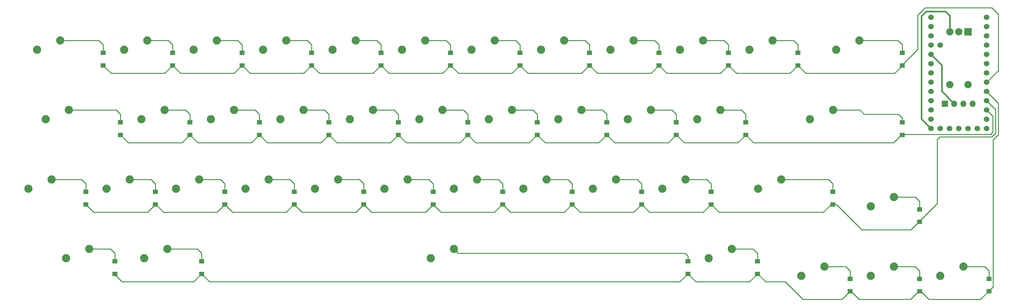
<source format=gbl>
%TF.GenerationSoftware,KiCad,Pcbnew,(6.0.10)*%
%TF.CreationDate,2023-02-19T18:35:27+11:00*%
%TF.ProjectId,whykb,7768796b-622e-46b6-9963-61645f706362,REV1*%
%TF.SameCoordinates,Original*%
%TF.FileFunction,Copper,L2,Bot*%
%TF.FilePolarity,Positive*%
%FSLAX46Y46*%
G04 Gerber Fmt 4.6, Leading zero omitted, Abs format (unit mm)*
G04 Created by KiCad (PCBNEW (6.0.10)) date 2023-02-19 18:35:27*
%MOMM*%
%LPD*%
G01*
G04 APERTURE LIST*
%TA.AperFunction,ComponentPad*%
%ADD10C,2.250000*%
%TD*%
%TA.AperFunction,ComponentPad*%
%ADD11C,2.000000*%
%TD*%
%TA.AperFunction,ComponentPad*%
%ADD12R,2.000000X2.000000*%
%TD*%
%TA.AperFunction,ComponentPad*%
%ADD13O,1.700000X1.700000*%
%TD*%
%TA.AperFunction,ComponentPad*%
%ADD14R,1.700000X1.700000*%
%TD*%
%TA.AperFunction,SMDPad,CuDef*%
%ADD15R,1.400000X1.200000*%
%TD*%
%TA.AperFunction,ComponentPad*%
%ADD16C,1.524000*%
%TD*%
%TA.AperFunction,Conductor*%
%ADD17C,0.254000*%
%TD*%
%TA.AperFunction,Conductor*%
%ADD18C,0.381000*%
%TD*%
G04 APERTURE END LIST*
D10*
%TO.P,K40,2*%
%TO.N,Net-(D40-Pad2)*%
X202565000Y-171595000D03*
%TO.P,K40,1*%
%TO.N,col6*%
X196215000Y-174135000D03*
%TD*%
%TO.P,K30,2*%
%TO.N,Net-(D30-Pad2)*%
X189865000Y-152545000D03*
%TO.P,K30,1*%
%TO.N,col6*%
X183515000Y-155085000D03*
%TD*%
%TO.P,K22,2*%
%TO.N,Net-(D22-Pad2)*%
X123190000Y-133495000D03*
%TO.P,K22,1*%
%TO.N,col9*%
X116840000Y-136035000D03*
%TD*%
%TO.P,K37,2*%
%TO.N,Net-(D37-Pad2)*%
X323215000Y-176357500D03*
%TO.P,K37,1*%
%TO.N,col1*%
X316865000Y-178897500D03*
%TD*%
%TO.P,K17,2*%
%TO.N,Net-(D17-Pad2)*%
X218440000Y-133495000D03*
%TO.P,K17,1*%
%TO.N,col4*%
X212090000Y-136035000D03*
%TD*%
%TO.P,K1,2*%
%TO.N,Net-(D1-Pad2)*%
X313690000Y-114445000D03*
%TO.P,K1,1*%
%TO.N,col0*%
X307340000Y-116985000D03*
%TD*%
%TO.P,K8,2*%
%TO.N,Net-(D8-Pad2)*%
X175577500Y-114445000D03*
%TO.P,K8,1*%
%TO.N,col7*%
X169227500Y-116985000D03*
%TD*%
%TO.P,K41,2*%
%TO.N,Net-(D41-Pad2)*%
X123983750Y-171595000D03*
%TO.P,K41,1*%
%TO.N,col9*%
X117633750Y-174135000D03*
%TD*%
%TO.P,K13,2*%
%TO.N,Net-(D13-Pad2)*%
X306546250Y-133495000D03*
%TO.P,K13,1*%
%TO.N,col0*%
X300196250Y-136035000D03*
%TD*%
%TO.P,K16,2*%
%TO.N,Net-(D16-Pad2)*%
X237490000Y-133495000D03*
%TO.P,K16,1*%
%TO.N,col3*%
X231140000Y-136035000D03*
%TD*%
%TO.P,K19,2*%
%TO.N,Net-(D19-Pad2)*%
X180340000Y-133495000D03*
%TO.P,K19,1*%
%TO.N,col6*%
X173990000Y-136035000D03*
%TD*%
%TO.P,K9,2*%
%TO.N,Net-(D9-Pad2)*%
X156527500Y-114445000D03*
%TO.P,K9,1*%
%TO.N,col8*%
X150177500Y-116985000D03*
%TD*%
%TO.P,K4,2*%
%TO.N,Net-(D4-Pad2)*%
X251777500Y-114445000D03*
%TO.P,K4,1*%
%TO.N,col3*%
X245427500Y-116985000D03*
%TD*%
%TO.P,K5,2*%
%TO.N,Net-(D5-Pad2)*%
X232727500Y-114445000D03*
%TO.P,K5,1*%
%TO.N,col4*%
X226377500Y-116985000D03*
%TD*%
%TO.P,K26,2*%
%TO.N,Net-(D26-Pad2)*%
X266065000Y-152545000D03*
%TO.P,K26,1*%
%TO.N,col2*%
X259715000Y-155085000D03*
%TD*%
%TO.P,K23,2*%
%TO.N,Net-(D23-Pad2)*%
X96996250Y-133495000D03*
%TO.P,K23,1*%
%TO.N,col11*%
X90646250Y-136035000D03*
%TD*%
%TO.P,K36,2*%
%TO.N,Net-(D36-Pad2)*%
X342265000Y-176357500D03*
%TO.P,K36,1*%
%TO.N,col0*%
X335915000Y-178897500D03*
%TD*%
%TO.P,K35,2*%
%TO.N,Net-(D35-Pad2)*%
X92233750Y-152545000D03*
%TO.P,K35,1*%
%TO.N,col11*%
X85883750Y-155085000D03*
%TD*%
%TO.P,K31,2*%
%TO.N,Net-(D31-Pad2)*%
X170815000Y-152545000D03*
%TO.P,K31,1*%
%TO.N,col7*%
X164465000Y-155085000D03*
%TD*%
%TO.P,K25,2*%
%TO.N,Net-(D25-Pad2)*%
X292258750Y-152545000D03*
%TO.P,K25,1*%
%TO.N,col1*%
X285908750Y-155085000D03*
%TD*%
%TO.P,K7,2*%
%TO.N,Net-(D7-Pad2)*%
X194627500Y-114445000D03*
%TO.P,K7,1*%
%TO.N,col6*%
X188277500Y-116985000D03*
%TD*%
%TO.P,K2,2*%
%TO.N,Net-(D2-Pad2)*%
X289877500Y-114445000D03*
%TO.P,K2,1*%
%TO.N,col1*%
X283527500Y-116985000D03*
%TD*%
%TO.P,K38,2*%
%TO.N,Net-(D38-Pad2)*%
X304165000Y-176357500D03*
%TO.P,K38,1*%
%TO.N,col2*%
X297815000Y-178897500D03*
%TD*%
%TO.P,K14,2*%
%TO.N,Net-(D14-Pad2)*%
X275590000Y-133495000D03*
%TO.P,K14,1*%
%TO.N,col1*%
X269240000Y-136035000D03*
%TD*%
%TO.P,K28,2*%
%TO.N,Net-(D28-Pad2)*%
X227965000Y-152545000D03*
%TO.P,K28,1*%
%TO.N,col4*%
X221615000Y-155085000D03*
%TD*%
%TO.P,K3,2*%
%TO.N,Net-(D3-Pad2)*%
X270827500Y-114445000D03*
%TO.P,K3,1*%
%TO.N,col2*%
X264477500Y-116985000D03*
%TD*%
%TO.P,K33,2*%
%TO.N,Net-(D33-Pad2)*%
X132715000Y-152545000D03*
%TO.P,K33,1*%
%TO.N,col9*%
X126365000Y-155085000D03*
%TD*%
%TO.P,K42,2*%
%TO.N,Net-(D42-Pad2)*%
X102552500Y-171595000D03*
%TO.P,K42,1*%
%TO.N,col10*%
X96202500Y-174135000D03*
%TD*%
%TO.P,K32,2*%
%TO.N,Net-(D32-Pad2)*%
X151765000Y-152545000D03*
%TO.P,K32,1*%
%TO.N,col8*%
X145415000Y-155085000D03*
%TD*%
%TO.P,K20,2*%
%TO.N,Net-(D20-Pad2)*%
X161290000Y-133495000D03*
%TO.P,K20,1*%
%TO.N,col7*%
X154940000Y-136035000D03*
%TD*%
%TO.P,K21,2*%
%TO.N,Net-(D21-Pad2)*%
X142240000Y-133495000D03*
%TO.P,K21,1*%
%TO.N,col8*%
X135890000Y-136035000D03*
%TD*%
%TO.P,K24,2*%
%TO.N,Net-(D24-Pad2)*%
X323215000Y-157307500D03*
%TO.P,K24,1*%
%TO.N,col0*%
X316865000Y-159847500D03*
%TD*%
%TO.P,K11,2*%
%TO.N,Net-(D11-Pad2)*%
X118427500Y-114445000D03*
%TO.P,K11,1*%
%TO.N,col10*%
X112077500Y-116985000D03*
%TD*%
%TO.P,K18,2*%
%TO.N,Net-(D18-Pad2)*%
X199390000Y-133495000D03*
%TO.P,K18,1*%
%TO.N,col5*%
X193040000Y-136035000D03*
%TD*%
%TO.P,K34,2*%
%TO.N,Net-(D34-Pad2)*%
X113665000Y-152545000D03*
%TO.P,K34,1*%
%TO.N,col10*%
X107315000Y-155085000D03*
%TD*%
%TO.P,K29,2*%
%TO.N,Net-(D29-Pad2)*%
X208915000Y-152545000D03*
%TO.P,K29,1*%
%TO.N,col5*%
X202565000Y-155085000D03*
%TD*%
%TO.P,K6,2*%
%TO.N,Net-(D6-Pad2)*%
X213677500Y-114445000D03*
%TO.P,K6,1*%
%TO.N,col5*%
X207327500Y-116985000D03*
%TD*%
%TO.P,K10,2*%
%TO.N,Net-(D10-Pad2)*%
X137477500Y-114445000D03*
%TO.P,K10,1*%
%TO.N,col9*%
X131127500Y-116985000D03*
%TD*%
%TO.P,K12,2*%
%TO.N,Net-(D12-Pad2)*%
X94615000Y-114445000D03*
%TO.P,K12,1*%
%TO.N,col11*%
X88265000Y-116985000D03*
%TD*%
D11*
%TO.P,SW2,S2,S2*%
%TO.N,GND*%
X343495000Y-126525000D03*
%TO.P,SW2,S1,S1*%
%TO.N,D22*%
X338495000Y-126525000D03*
%TO.P,SW2,C,C*%
%TO.N,GND*%
X340995000Y-112025000D03*
%TO.P,SW2,B,B*%
%TO.N,outB*%
X338495000Y-112025000D03*
D12*
%TO.P,SW2,A,A*%
%TO.N,outA*%
X343495000Y-112025000D03*
%TD*%
D10*
%TO.P,K15,2*%
%TO.N,Net-(D15-Pad2)*%
X256540000Y-133495000D03*
%TO.P,K15,1*%
%TO.N,col2*%
X250190000Y-136035000D03*
%TD*%
%TO.P,K39,2*%
%TO.N,Net-(D39-Pad2)*%
X278765000Y-171595000D03*
%TO.P,K39,1*%
%TO.N,col3*%
X272415000Y-174135000D03*
%TD*%
D13*
%TO.P,U2,4,Pin_4*%
%TO.N,SDA*%
X344793000Y-131737000D03*
%TO.P,U2,3,Pin_3*%
%TO.N,SCL*%
X342253000Y-131737000D03*
%TO.P,U2,2,Pin_2*%
%TO.N,VCC*%
X339713000Y-131737000D03*
D14*
%TO.P,U2,1,Pin_1*%
%TO.N,GND*%
X337173000Y-131737000D03*
%TD*%
D10*
%TO.P,K27,2*%
%TO.N,Net-(D27-Pad2)*%
X247015000Y-152545000D03*
%TO.P,K27,1*%
%TO.N,col3*%
X240665000Y-155085000D03*
%TD*%
D15*
%TO.P,D11,2*%
%TO.N,Net-(D11-Pad2)*%
X125412500Y-117825000D03*
%TO.P,D11,1*%
%TO.N,row0*%
X125412500Y-121225000D03*
%TD*%
%TO.P,D15,2*%
%TO.N,Net-(D15-Pad2)*%
X263525000Y-136875000D03*
%TO.P,D15,1*%
%TO.N,row1*%
X263525000Y-140275000D03*
%TD*%
%TO.P,D14,2*%
%TO.N,Net-(D14-Pad2)*%
X282575000Y-136875000D03*
%TO.P,D14,1*%
%TO.N,row1*%
X282575000Y-140275000D03*
%TD*%
%TO.P,D8,2*%
%TO.N,Net-(D8-Pad2)*%
X182562500Y-117825000D03*
%TO.P,D8,1*%
%TO.N,row0*%
X182562500Y-121225000D03*
%TD*%
%TO.P,D7,2*%
%TO.N,Net-(D7-Pad2)*%
X201612500Y-117825000D03*
%TO.P,D7,1*%
%TO.N,row0*%
X201612500Y-121225000D03*
%TD*%
%TO.P,D30,2*%
%TO.N,Net-(D30-Pad2)*%
X196850000Y-155925000D03*
%TO.P,D30,1*%
%TO.N,row2*%
X196850000Y-159325000D03*
%TD*%
%TO.P,D29,2*%
%TO.N,Net-(D29-Pad2)*%
X215900000Y-155925000D03*
%TO.P,D29,1*%
%TO.N,row2*%
X215900000Y-159325000D03*
%TD*%
%TO.P,D18,2*%
%TO.N,Net-(D18-Pad2)*%
X206375000Y-136875000D03*
%TO.P,D18,1*%
%TO.N,row1*%
X206375000Y-140275000D03*
%TD*%
%TO.P,D42,2*%
%TO.N,Net-(D42-Pad2)*%
X109537500Y-174975000D03*
%TO.P,D42,1*%
%TO.N,row3*%
X109537500Y-178375000D03*
%TD*%
%TO.P,D33,2*%
%TO.N,Net-(D33-Pad2)*%
X139700000Y-155925000D03*
%TO.P,D33,1*%
%TO.N,row2*%
X139700000Y-159325000D03*
%TD*%
%TO.P,D35,2*%
%TO.N,Net-(D35-Pad2)*%
X101600000Y-155925000D03*
%TO.P,D35,1*%
%TO.N,row2*%
X101600000Y-159325000D03*
%TD*%
%TO.P,D22,2*%
%TO.N,Net-(D22-Pad2)*%
X130175000Y-136875000D03*
%TO.P,D22,1*%
%TO.N,row1*%
X130175000Y-140275000D03*
%TD*%
%TO.P,D40,2*%
%TO.N,Net-(D40-Pad2)*%
X266700000Y-174975000D03*
%TO.P,D40,1*%
%TO.N,row3*%
X266700000Y-178375000D03*
%TD*%
%TO.P,D23,2*%
%TO.N,Net-(D23-Pad2)*%
X111125000Y-136875000D03*
%TO.P,D23,1*%
%TO.N,row1*%
X111125000Y-140275000D03*
%TD*%
%TO.P,D28,2*%
%TO.N,Net-(D28-Pad2)*%
X234950000Y-155925000D03*
%TO.P,D28,1*%
%TO.N,row2*%
X234950000Y-159325000D03*
%TD*%
%TO.P,D26,2*%
%TO.N,Net-(D26-Pad2)*%
X273050000Y-155925000D03*
%TO.P,D26,1*%
%TO.N,row2*%
X273050000Y-159325000D03*
%TD*%
%TO.P,D13,2*%
%TO.N,Net-(D13-Pad2)*%
X325437500Y-136875000D03*
%TO.P,D13,1*%
%TO.N,row1*%
X325437500Y-140275000D03*
%TD*%
%TO.P,D6,2*%
%TO.N,Net-(D6-Pad2)*%
X220662500Y-117825000D03*
%TO.P,D6,1*%
%TO.N,row0*%
X220662500Y-121225000D03*
%TD*%
%TO.P,D37,2*%
%TO.N,Net-(D37-Pad2)*%
X330200000Y-179737500D03*
%TO.P,D37,1*%
%TO.N,row3*%
X330200000Y-183137500D03*
%TD*%
%TO.P,D31,2*%
%TO.N,Net-(D31-Pad2)*%
X177800000Y-155925000D03*
%TO.P,D31,1*%
%TO.N,row2*%
X177800000Y-159325000D03*
%TD*%
%TO.P,D34,2*%
%TO.N,Net-(D34-Pad2)*%
X120650000Y-155925000D03*
%TO.P,D34,1*%
%TO.N,row2*%
X120650000Y-159325000D03*
%TD*%
%TO.P,D5,2*%
%TO.N,Net-(D5-Pad2)*%
X239712500Y-117825000D03*
%TO.P,D5,1*%
%TO.N,row0*%
X239712500Y-121225000D03*
%TD*%
%TO.P,D20,2*%
%TO.N,Net-(D20-Pad2)*%
X168275000Y-136875000D03*
%TO.P,D20,1*%
%TO.N,row1*%
X168275000Y-140275000D03*
%TD*%
%TO.P,D27,2*%
%TO.N,Net-(D27-Pad2)*%
X254000000Y-155925000D03*
%TO.P,D27,1*%
%TO.N,row2*%
X254000000Y-159325000D03*
%TD*%
D16*
%TO.P,U1,32,D-*%
%TO.N,unconnected-(U1-Pad32)*%
X333375000Y-108095000D03*
%TO.P,U1,31,RAW*%
%TO.N,unconnected-(U1-Pad31)*%
X333375000Y-110635000D03*
%TO.P,U1,30,GND*%
%TO.N,GND*%
X333375000Y-113175000D03*
%TO.P,U1,29,nRST*%
%TO.N,unconnected-(U1-Pad29)*%
X333375000Y-115715000D03*
%TO.P,U1,28,5V/D25*%
%TO.N,unconnected-(U1-Pad28)*%
X335915000Y-115715000D03*
%TO.P,U1,27,3V3*%
%TO.N,VCC*%
X333375000Y-118255000D03*
%TO.P,U1,26,ADC3/D29*%
%TO.N,col11*%
X333375000Y-120795000D03*
%TO.P,U1,25,ADC2/D28*%
%TO.N,col10*%
X333375000Y-123335000D03*
%TO.P,U1,24,ADC1/D27*%
%TO.N,col9*%
X333375000Y-125875000D03*
%TO.P,U1,23,ADC0/D26*%
%TO.N,col8*%
X333375000Y-128415000D03*
%TO.P,U1,22,SCK/D22*%
%TO.N,D22*%
X333375000Y-130955000D03*
%TO.P,U1,21,MISO/D20*%
%TO.N,col7*%
X333375000Y-133495000D03*
%TO.P,U1,20,MOSI/D23*%
%TO.N,outA*%
X333375000Y-136035000D03*
%TO.P,U1,19,nCS/D21*%
%TO.N,outB*%
X333375000Y-138575000D03*
%TO.P,U1,18,D16*%
%TO.N,col6*%
X335915000Y-138575000D03*
%TO.P,U1,17,D15*%
%TO.N,col5*%
X338455000Y-138575000D03*
%TO.P,U1,16,D14*%
%TO.N,col4*%
X340995000Y-138575000D03*
%TO.P,U1,15,D13*%
%TO.N,col3*%
X343535000Y-138575000D03*
%TO.P,U1,14,D12*%
%TO.N,col2*%
X346075000Y-138575000D03*
%TO.P,U1,13,D9*%
%TO.N,col0*%
X348615000Y-138575000D03*
%TO.P,U1,12,D8*%
%TO.N,col1*%
X348615000Y-136035000D03*
%TO.P,U1,11,D7*%
%TO.N,row1*%
X348615000Y-133495000D03*
%TO.P,U1,10,D6*%
%TO.N,row2*%
X348615000Y-130955000D03*
%TO.P,U1,9,D5*%
%TO.N,row3*%
X348615000Y-128415000D03*
%TO.P,U1,8,D4*%
%TO.N,row0*%
X348615000Y-125875000D03*
%TO.P,U1,7,SCL/D3*%
%TO.N,SDA*%
X348615000Y-123335000D03*
%TO.P,U1,6,SDA/D2*%
%TO.N,SCL*%
X348615000Y-120795000D03*
%TO.P,U1,5,GND*%
%TO.N,GND*%
X348615000Y-118255000D03*
%TO.P,U1,4,GND*%
X348615000Y-115715000D03*
%TO.P,U1,3,RX/D1*%
%TO.N,unconnected-(U1-Pad3)*%
X348615000Y-113175000D03*
%TO.P,U1,2,TX/D0*%
%TO.N,unconnected-(U1-Pad2)*%
X348615000Y-110635000D03*
%TO.P,U1,1,D+*%
%TO.N,unconnected-(U1-Pad1)*%
X348615000Y-108095000D03*
%TD*%
D15*
%TO.P,D3,2*%
%TO.N,Net-(D3-Pad2)*%
X277812500Y-117825000D03*
%TO.P,D3,1*%
%TO.N,row0*%
X277812500Y-121225000D03*
%TD*%
%TO.P,D16,2*%
%TO.N,Net-(D16-Pad2)*%
X244475000Y-136875000D03*
%TO.P,D16,1*%
%TO.N,row1*%
X244475000Y-140275000D03*
%TD*%
%TO.P,D4,2*%
%TO.N,Net-(D4-Pad2)*%
X258762500Y-117825000D03*
%TO.P,D4,1*%
%TO.N,row0*%
X258762500Y-121225000D03*
%TD*%
%TO.P,D36,2*%
%TO.N,Net-(D36-Pad2)*%
X349250000Y-179737500D03*
%TO.P,D36,1*%
%TO.N,row3*%
X349250000Y-183137500D03*
%TD*%
%TO.P,D38,2*%
%TO.N,Net-(D38-Pad2)*%
X311150000Y-179737500D03*
%TO.P,D38,1*%
%TO.N,row3*%
X311150000Y-183137500D03*
%TD*%
%TO.P,D25,2*%
%TO.N,Net-(D25-Pad2)*%
X306387500Y-155925000D03*
%TO.P,D25,1*%
%TO.N,row2*%
X306387500Y-159325000D03*
%TD*%
%TO.P,D1,2*%
%TO.N,Net-(D1-Pad2)*%
X325437500Y-117825000D03*
%TO.P,D1,1*%
%TO.N,row0*%
X325437500Y-121225000D03*
%TD*%
%TO.P,D2,2*%
%TO.N,Net-(D2-Pad2)*%
X296862500Y-117825000D03*
%TO.P,D2,1*%
%TO.N,row0*%
X296862500Y-121225000D03*
%TD*%
%TO.P,D21,2*%
%TO.N,Net-(D21-Pad2)*%
X149225000Y-136875000D03*
%TO.P,D21,1*%
%TO.N,row1*%
X149225000Y-140275000D03*
%TD*%
%TO.P,D24,2*%
%TO.N,Net-(D24-Pad2)*%
X330200000Y-160687500D03*
%TO.P,D24,1*%
%TO.N,row2*%
X330200000Y-164087500D03*
%TD*%
%TO.P,D9,2*%
%TO.N,Net-(D9-Pad2)*%
X163512500Y-117825000D03*
%TO.P,D9,1*%
%TO.N,row0*%
X163512500Y-121225000D03*
%TD*%
%TO.P,D41,2*%
%TO.N,Net-(D41-Pad2)*%
X133350000Y-174975000D03*
%TO.P,D41,1*%
%TO.N,row3*%
X133350000Y-178375000D03*
%TD*%
%TO.P,D32,2*%
%TO.N,Net-(D32-Pad2)*%
X158750000Y-155925000D03*
%TO.P,D32,1*%
%TO.N,row2*%
X158750000Y-159325000D03*
%TD*%
%TO.P,D19,2*%
%TO.N,Net-(D19-Pad2)*%
X187325000Y-136875000D03*
%TO.P,D19,1*%
%TO.N,row1*%
X187325000Y-140275000D03*
%TD*%
%TO.P,D39,2*%
%TO.N,Net-(D39-Pad2)*%
X285750000Y-174975000D03*
%TO.P,D39,1*%
%TO.N,row3*%
X285750000Y-178375000D03*
%TD*%
%TO.P,D12,2*%
%TO.N,Net-(D12-Pad2)*%
X106362500Y-117825000D03*
%TO.P,D12,1*%
%TO.N,row0*%
X106362500Y-121225000D03*
%TD*%
%TO.P,D17,2*%
%TO.N,Net-(D17-Pad2)*%
X225425000Y-136875000D03*
%TO.P,D17,1*%
%TO.N,row1*%
X225425000Y-140275000D03*
%TD*%
%TO.P,D10,2*%
%TO.N,Net-(D10-Pad2)*%
X144462500Y-117825000D03*
%TO.P,D10,1*%
%TO.N,row0*%
X144462500Y-121225000D03*
%TD*%
D17*
%TO.N,Net-(D1-Pad2)*%
X324257500Y-114445000D02*
X325437500Y-115625000D01*
X325437500Y-115625000D02*
X325437500Y-117825000D01*
X313690000Y-114445000D02*
X324257500Y-114445000D01*
%TO.N,row0*%
X182562500Y-121225000D02*
X184762500Y-123425000D01*
X329692000Y-107442000D02*
X331724000Y-105410000D01*
X351790000Y-122700000D02*
X348615000Y-125875000D01*
X331724000Y-105410000D02*
X350012000Y-105410000D01*
X222862500Y-123425000D02*
X237512500Y-123425000D01*
X280012500Y-123425000D02*
X294662500Y-123425000D01*
X241912500Y-123425000D02*
X256562500Y-123425000D01*
X163512500Y-121225000D02*
X165712500Y-123425000D01*
X256562500Y-123425000D02*
X258762500Y-121225000D01*
X127612500Y-123425000D02*
X142262500Y-123425000D01*
X146662500Y-123425000D02*
X161312500Y-123425000D01*
X275612500Y-123425000D02*
X277812500Y-121225000D01*
X144462500Y-121225000D02*
X146662500Y-123425000D01*
X220662500Y-121225000D02*
X222862500Y-123425000D01*
X351790000Y-107188000D02*
X351790000Y-122700000D01*
X299062500Y-123425000D02*
X323361000Y-123425000D01*
X294662500Y-123425000D02*
X296862500Y-121225000D01*
X184762500Y-123425000D02*
X199412500Y-123425000D01*
X277812500Y-121225000D02*
X280012500Y-123425000D01*
X201612500Y-121225000D02*
X203812500Y-123425000D01*
X180362500Y-123425000D02*
X182562500Y-121225000D01*
X296862500Y-121225000D02*
X299062500Y-123425000D01*
X125412500Y-121225000D02*
X127612500Y-123425000D01*
X165712500Y-123425000D02*
X180362500Y-123425000D01*
X142262500Y-123425000D02*
X144462500Y-121225000D01*
X239712500Y-121225000D02*
X241912500Y-123425000D01*
X350012000Y-105410000D02*
X351790000Y-107188000D01*
X323361000Y-123425000D02*
X325437500Y-121348500D01*
X108562500Y-123425000D02*
X123171000Y-123425000D01*
X260962500Y-123425000D02*
X275612500Y-123425000D01*
X106362500Y-121225000D02*
X108562500Y-123425000D01*
X199412500Y-123425000D02*
X201612500Y-121225000D01*
X237512500Y-123425000D02*
X239712500Y-121225000D01*
X203812500Y-123425000D02*
X218462500Y-123425000D01*
X329692000Y-116840000D02*
X329692000Y-107442000D01*
X325437500Y-121094500D02*
X329692000Y-116840000D01*
X161312500Y-123425000D02*
X163512500Y-121225000D01*
X325437500Y-121348500D02*
X325437500Y-121100000D01*
X125412500Y-121225000D02*
X123212500Y-123425000D01*
X258762500Y-121225000D02*
X260962500Y-123425000D01*
X218462500Y-123425000D02*
X220662500Y-121225000D01*
%TO.N,Net-(D2-Pad2)*%
X295682500Y-114445000D02*
X296862500Y-115625000D01*
X296862500Y-115625000D02*
X296862500Y-117825000D01*
X289877500Y-114445000D02*
X295682500Y-114445000D01*
%TO.N,Net-(D3-Pad2)*%
X270827500Y-114445000D02*
X276632500Y-114445000D01*
X276632500Y-114445000D02*
X277812500Y-115625000D01*
X277812500Y-117825000D02*
X277812500Y-115625000D01*
%TO.N,Net-(D4-Pad2)*%
X258762500Y-117825000D02*
X258762500Y-115625000D01*
X257582500Y-114445000D02*
X258762500Y-115625000D01*
X251777500Y-114445000D02*
X257582500Y-114445000D01*
%TO.N,Net-(D5-Pad2)*%
X239712500Y-117825000D02*
X239712500Y-115625000D01*
X238532500Y-114445000D02*
X239712500Y-115625000D01*
X232727500Y-114445000D02*
X238532500Y-114445000D01*
%TO.N,Net-(D6-Pad2)*%
X220662500Y-117825000D02*
X220662500Y-115625000D01*
X219482500Y-114445000D02*
X220662500Y-115625000D01*
X213677500Y-114445000D02*
X219482500Y-114445000D01*
%TO.N,Net-(D7-Pad2)*%
X201612500Y-115625000D02*
X201612500Y-117825000D01*
X200432500Y-114445000D02*
X201612500Y-115625000D01*
X194627500Y-114445000D02*
X200432500Y-114445000D01*
%TO.N,Net-(D8-Pad2)*%
X182562500Y-115625000D02*
X182562500Y-117825000D01*
X181382500Y-114445000D02*
X182562500Y-115625000D01*
X175577500Y-114445000D02*
X181382500Y-114445000D01*
%TO.N,Net-(D9-Pad2)*%
X162332500Y-114445000D02*
X163512500Y-115625000D01*
X163512500Y-115625000D02*
X163512500Y-117825000D01*
X156527500Y-114445000D02*
X162332500Y-114445000D01*
%TO.N,Net-(D10-Pad2)*%
X144462500Y-115625000D02*
X144462500Y-117825000D01*
X143282500Y-114445000D02*
X144462500Y-115625000D01*
X137477500Y-114445000D02*
X143282500Y-114445000D01*
%TO.N,Net-(D11-Pad2)*%
X125412500Y-115625000D02*
X125412500Y-117825000D01*
X118427500Y-114445000D02*
X124232500Y-114445000D01*
X124232500Y-114445000D02*
X125412500Y-115625000D01*
%TO.N,Net-(D12-Pad2)*%
X105182500Y-114445000D02*
X106362500Y-115625000D01*
X94615000Y-114445000D02*
X105182500Y-114445000D01*
X106362500Y-115625000D02*
X106362500Y-117825000D01*
%TO.N,Net-(D13-Pad2)*%
X325437500Y-135627500D02*
X325437500Y-136875000D01*
X315015000Y-134675000D02*
X324485000Y-134675000D01*
X324485000Y-134675000D02*
X325437500Y-135627500D01*
X313835000Y-133495000D02*
X315015000Y-134675000D01*
X306546250Y-133495000D02*
X313835000Y-133495000D01*
%TO.N,row1*%
X246675000Y-142475000D02*
X261325000Y-142475000D01*
X189525000Y-142475000D02*
X204175000Y-142475000D01*
X170475000Y-142475000D02*
X185125000Y-142475000D01*
X204175000Y-142475000D02*
X206375000Y-140275000D01*
X147025000Y-142475000D02*
X132315000Y-142475000D01*
X261325000Y-142475000D02*
X263525000Y-140275000D01*
X132315000Y-142475000D02*
X130175000Y-140335000D01*
X284775000Y-142475000D02*
X323107000Y-142475000D01*
X242275000Y-142475000D02*
X244475000Y-140275000D01*
X208575000Y-142475000D02*
X223225000Y-142475000D01*
X206375000Y-140275000D02*
X208575000Y-142475000D01*
X130175000Y-140275000D02*
X127975000Y-142475000D01*
X349689000Y-140150000D02*
X350266000Y-139573000D01*
X149225000Y-140275000D02*
X151425000Y-142475000D01*
X223225000Y-142475000D02*
X225425000Y-140275000D01*
X280375000Y-142475000D02*
X282575000Y-140275000D01*
X350266000Y-135146000D02*
X348615000Y-133495000D01*
X263525000Y-140275000D02*
X265725000Y-142475000D01*
X227625000Y-142475000D02*
X242275000Y-142475000D01*
X350266000Y-139573000D02*
X350266000Y-135146000D01*
X225425000Y-140275000D02*
X227625000Y-142475000D01*
X149225000Y-140275000D02*
X147025000Y-142475000D01*
X244475000Y-140275000D02*
X246675000Y-142475000D01*
X282575000Y-140275000D02*
X284775000Y-142475000D01*
X127975000Y-142475000D02*
X113325000Y-142475000D01*
X113325000Y-142475000D02*
X111125000Y-140275000D01*
X325432000Y-140150000D02*
X349689000Y-140150000D01*
X187325000Y-140275000D02*
X189525000Y-142475000D01*
X151425000Y-142475000D02*
X166075000Y-142475000D01*
X265725000Y-142475000D02*
X280375000Y-142475000D01*
X166075000Y-142475000D02*
X168275000Y-140275000D01*
X168275000Y-140275000D02*
X170475000Y-142475000D01*
X130175000Y-140335000D02*
X130175000Y-140275000D01*
X323107000Y-142475000D02*
X325432000Y-140150000D01*
X185125000Y-142475000D02*
X187325000Y-140275000D01*
%TO.N,Net-(D14-Pad2)*%
X275590000Y-133495000D02*
X281395000Y-133495000D01*
X282575000Y-134675000D02*
X282575000Y-136875000D01*
X281395000Y-133495000D02*
X282575000Y-134675000D01*
%TO.N,Net-(D15-Pad2)*%
X262345000Y-133495000D02*
X263525000Y-134675000D01*
X263525000Y-134675000D02*
X263525000Y-136875000D01*
X256540000Y-133495000D02*
X262345000Y-133495000D01*
%TO.N,Net-(D16-Pad2)*%
X237490000Y-133495000D02*
X243295000Y-133495000D01*
X243295000Y-133495000D02*
X244475000Y-134675000D01*
X244475000Y-136875000D02*
X244475000Y-134620000D01*
%TO.N,Net-(D17-Pad2)*%
X218440000Y-133495000D02*
X224245000Y-133495000D01*
X225425000Y-134675000D02*
X225425000Y-136875000D01*
X224245000Y-133495000D02*
X225425000Y-134675000D01*
%TO.N,Net-(D18-Pad2)*%
X205195000Y-133495000D02*
X206375000Y-134675000D01*
X206375000Y-134675000D02*
X206375000Y-136875000D01*
X199390000Y-133495000D02*
X205195000Y-133495000D01*
%TO.N,Net-(D19-Pad2)*%
X180340000Y-133495000D02*
X186145000Y-133495000D01*
X187325000Y-136875000D02*
X187325000Y-134675000D01*
X186145000Y-133495000D02*
X187325000Y-134675000D01*
%TO.N,Net-(D20-Pad2)*%
X167095000Y-133495000D02*
X168275000Y-134675000D01*
X168275000Y-136875000D02*
X168275000Y-134675000D01*
X161290000Y-133495000D02*
X167095000Y-133495000D01*
%TO.N,Net-(D21-Pad2)*%
X149225000Y-136875000D02*
X149225000Y-134675000D01*
X142240000Y-133495000D02*
X148045000Y-133495000D01*
X148045000Y-133495000D02*
X149225000Y-134675000D01*
%TO.N,Net-(D22-Pad2)*%
X123190000Y-133495000D02*
X128995000Y-133495000D01*
X130175000Y-136875000D02*
X130175000Y-134675000D01*
X128995000Y-133495000D02*
X130175000Y-134675000D01*
%TO.N,Net-(D23-Pad2)*%
X111125000Y-136875000D02*
X111125000Y-134675000D01*
X109945000Y-133495000D02*
X111125000Y-134675000D01*
X96996250Y-133495000D02*
X109945000Y-133495000D01*
%TO.N,Net-(D24-Pad2)*%
X323215000Y-157307500D02*
X329020000Y-157307500D01*
X330200000Y-158487500D02*
X330200000Y-160687500D01*
X329020000Y-157307500D02*
X330200000Y-158487500D01*
%TO.N,row2*%
X335788000Y-140843000D02*
X335026000Y-141605000D01*
X120650000Y-159325000D02*
X120755000Y-159325000D01*
X196850000Y-159325000D02*
X196850000Y-159385000D01*
X215900000Y-159385000D02*
X218040000Y-161525000D01*
X122955000Y-161525000D02*
X137560000Y-161525000D01*
X196850000Y-159385000D02*
X194710000Y-161525000D01*
X139700000Y-159325000D02*
X139700000Y-159385000D01*
X198990000Y-161525000D02*
X213595000Y-161525000D01*
X327831500Y-166287500D02*
X327875000Y-166287500D01*
X348615000Y-130955000D02*
X351028000Y-133368000D01*
X270850000Y-161525000D02*
X273050000Y-159325000D01*
X101600000Y-159385000D02*
X103740000Y-161525000D01*
X158750000Y-159325000D02*
X158645000Y-159325000D01*
X254000000Y-159325000D02*
X256200000Y-161525000D01*
X234950000Y-159325000D02*
X237150000Y-161525000D01*
X160890000Y-161525000D02*
X175660000Y-161525000D01*
X303765000Y-161525000D02*
X305965000Y-159325000D01*
X251800000Y-161525000D02*
X254000000Y-159325000D01*
X237150000Y-161525000D02*
X251800000Y-161525000D01*
X120650000Y-159325000D02*
X120650000Y-159385000D01*
X215900000Y-159325000D02*
X215795000Y-159325000D01*
X196850000Y-159385000D02*
X198990000Y-161525000D01*
X158750000Y-159385000D02*
X160890000Y-161525000D01*
X314407500Y-166287500D02*
X327831500Y-166287500D01*
X103740000Y-161525000D02*
X118510000Y-161525000D01*
X139700000Y-159385000D02*
X137560000Y-161525000D01*
X256200000Y-161525000D02*
X270850000Y-161525000D01*
X350012000Y-140843000D02*
X335788000Y-140843000D01*
X120755000Y-159325000D02*
X122955000Y-161525000D01*
X306387500Y-159325000D02*
X307445000Y-159325000D01*
X335026000Y-141605000D02*
X335026000Y-159136500D01*
X215900000Y-159325000D02*
X215900000Y-159385000D01*
X120650000Y-159385000D02*
X118510000Y-161525000D01*
X351028000Y-139827000D02*
X350012000Y-140843000D01*
X177800000Y-159325000D02*
X177800000Y-159385000D01*
X218040000Y-161525000D02*
X232750000Y-161525000D01*
X177800000Y-159385000D02*
X175660000Y-161525000D01*
X327875000Y-166287500D02*
X330200000Y-163962500D01*
X101600000Y-159325000D02*
X101600000Y-159385000D01*
X351028000Y-133731000D02*
X351028000Y-139827000D01*
X177800000Y-159385000D02*
X179940000Y-161525000D01*
X158750000Y-159325000D02*
X158750000Y-159385000D01*
X335026000Y-159136500D02*
X330200000Y-163962500D01*
X273050000Y-159325000D02*
X275250000Y-161525000D01*
X305965000Y-159325000D02*
X306387500Y-159325000D01*
X307445000Y-159325000D02*
X314407500Y-166287500D01*
X179940000Y-161525000D02*
X194710000Y-161525000D01*
X351028000Y-133368000D02*
X351028000Y-133731000D01*
X215795000Y-159325000D02*
X213595000Y-161525000D01*
X141840000Y-161525000D02*
X156445000Y-161525000D01*
X139700000Y-159385000D02*
X141840000Y-161525000D01*
X158645000Y-159325000D02*
X156445000Y-161525000D01*
X232750000Y-161525000D02*
X234950000Y-159325000D01*
X275250000Y-161525000D02*
X303765000Y-161525000D01*
%TO.N,Net-(D25-Pad2)*%
X305207500Y-152545000D02*
X306387500Y-153725000D01*
X292258750Y-152545000D02*
X305207500Y-152545000D01*
X306387500Y-153725000D02*
X306387500Y-155925000D01*
%TO.N,Net-(D26-Pad2)*%
X266065000Y-152545000D02*
X271870000Y-152545000D01*
X273050000Y-155925000D02*
X273050000Y-153725000D01*
X271870000Y-152545000D02*
X273050000Y-153725000D01*
%TO.N,Net-(D27-Pad2)*%
X247015000Y-152545000D02*
X252820000Y-152545000D01*
X254000000Y-155925000D02*
X254000000Y-153725000D01*
X252820000Y-152545000D02*
X254000000Y-153725000D01*
%TO.N,Net-(D28-Pad2)*%
X227965000Y-152545000D02*
X233770000Y-152545000D01*
X234950000Y-153725000D02*
X234950000Y-155925000D01*
X233770000Y-152545000D02*
X234950000Y-153725000D01*
%TO.N,Net-(D29-Pad2)*%
X208915000Y-152545000D02*
X214720000Y-152545000D01*
X215900000Y-153725000D02*
X215900000Y-155925000D01*
X214720000Y-152545000D02*
X215900000Y-153725000D01*
%TO.N,Net-(D30-Pad2)*%
X196850000Y-153725000D02*
X196850000Y-155925000D01*
X189865000Y-152545000D02*
X195670000Y-152545000D01*
X195670000Y-152545000D02*
X196850000Y-153725000D01*
%TO.N,Net-(D31-Pad2)*%
X176620000Y-152545000D02*
X177800000Y-153725000D01*
X177800000Y-153725000D02*
X177800000Y-155925000D01*
X170815000Y-152545000D02*
X176620000Y-152545000D01*
%TO.N,Net-(D32-Pad2)*%
X151765000Y-152545000D02*
X157570000Y-152545000D01*
X157570000Y-152545000D02*
X158750000Y-153725000D01*
X158750000Y-153725000D02*
X158750000Y-155925000D01*
%TO.N,Net-(D33-Pad2)*%
X138520000Y-152545000D02*
X139700000Y-153725000D01*
X139700000Y-153725000D02*
X139700000Y-155925000D01*
X132715000Y-152545000D02*
X138520000Y-152545000D01*
%TO.N,Net-(D34-Pad2)*%
X120650000Y-155925000D02*
X120650000Y-153670000D01*
X113665000Y-152545000D02*
X119470000Y-152545000D01*
X119470000Y-152545000D02*
X120650000Y-153725000D01*
%TO.N,Net-(D35-Pad2)*%
X100420000Y-152545000D02*
X101600000Y-153725000D01*
X101600000Y-155925000D02*
X101600000Y-153725000D01*
X92233750Y-152545000D02*
X100420000Y-152545000D01*
%TO.N,Net-(D36-Pad2)*%
X349250000Y-177537500D02*
X348070000Y-176357500D01*
X349250000Y-179737500D02*
X349250000Y-177537500D01*
X348070000Y-176357500D02*
X342265000Y-176357500D01*
%TO.N,row3*%
X346925000Y-185337500D02*
X332740000Y-185337500D01*
X109537500Y-178587500D02*
X111525000Y-180575000D01*
X311150000Y-183137500D02*
X311407500Y-183137500D01*
X308950000Y-185337500D02*
X311150000Y-183137500D01*
X288055000Y-180575000D02*
X293401800Y-180575000D01*
X330540000Y-183137500D02*
X332740000Y-185337500D01*
X131150000Y-180575000D02*
X131045000Y-180575000D01*
X348615000Y-128415000D02*
X351790000Y-131590000D01*
X351790000Y-131590000D02*
X351790000Y-140208000D01*
X350329400Y-141668600D02*
X350329400Y-181933100D01*
X313607500Y-185337500D02*
X327742500Y-185337500D01*
X133350000Y-178375000D02*
X135550000Y-180575000D01*
X329942500Y-183137500D02*
X327742500Y-185337500D01*
X311407500Y-183137500D02*
X313607500Y-185337500D01*
X283550000Y-180575000D02*
X285750000Y-178375000D01*
X298176900Y-185337500D02*
X308950000Y-185337500D01*
X330200000Y-183137500D02*
X330540000Y-183137500D01*
X350329400Y-181933100D02*
X346925000Y-185337500D01*
X266700000Y-178375000D02*
X268900000Y-180575000D01*
X285855000Y-178375000D02*
X288055000Y-180575000D01*
X266595000Y-178375000D02*
X266700000Y-178375000D01*
X298170600Y-185343800D02*
X298176900Y-185337500D01*
X264395000Y-180575000D02*
X266595000Y-178375000D01*
X351790000Y-140208000D02*
X350329400Y-141668600D01*
X135550000Y-180575000D02*
X264395000Y-180575000D01*
X109537500Y-178375000D02*
X109537500Y-178587500D01*
X293401800Y-180575000D02*
X298170600Y-185343800D01*
X133350000Y-178375000D02*
X131150000Y-180575000D01*
X268900000Y-180575000D02*
X283550000Y-180575000D01*
X131045000Y-180575000D02*
X111525000Y-180575000D01*
X330200000Y-183137500D02*
X329942500Y-183137500D01*
X285750000Y-178375000D02*
X285855000Y-178375000D01*
%TO.N,Net-(D37-Pad2)*%
X330200000Y-177537500D02*
X330200000Y-179737500D01*
X323215000Y-176357500D02*
X329020000Y-176357500D01*
X329020000Y-176357500D02*
X330200000Y-177537500D01*
%TO.N,Net-(D38-Pad2)*%
X309970000Y-176357500D02*
X311150000Y-177537500D01*
X311150000Y-177537500D02*
X311150000Y-179737500D01*
X304165000Y-176357500D02*
X309970000Y-176357500D01*
%TO.N,Net-(D39-Pad2)*%
X278765000Y-171595000D02*
X284570000Y-171595000D01*
X285750000Y-172775000D02*
X285750000Y-174975000D01*
X284570000Y-171595000D02*
X285750000Y-172775000D01*
%TO.N,Net-(D40-Pad2)*%
X266700000Y-173482000D02*
X265993000Y-172775000D01*
X203745000Y-172775000D02*
X202565000Y-171595000D01*
X265993000Y-172775000D02*
X203745000Y-172775000D01*
X266700000Y-174975000D02*
X266700000Y-173482000D01*
%TO.N,Net-(D41-Pad2)*%
X132170000Y-171595000D02*
X133350000Y-172775000D01*
X133350000Y-172775000D02*
X133350000Y-174975000D01*
X123983750Y-171595000D02*
X132170000Y-171595000D01*
%TO.N,Net-(D42-Pad2)*%
X109537500Y-172775000D02*
X109537500Y-174975000D01*
X102552500Y-171595000D02*
X108357500Y-171595000D01*
X108357500Y-171595000D02*
X109537500Y-172775000D01*
D18*
%TO.N,VCC*%
X336296000Y-121176000D02*
X336296000Y-128320000D01*
X333375000Y-118255000D02*
X336296000Y-121176000D01*
X336296000Y-128320000D02*
X339713000Y-131737000D01*
%TO.N,outB*%
X330708000Y-107696000D02*
X331978000Y-106426000D01*
X333375000Y-138575000D02*
X330708000Y-135908000D01*
X338495000Y-107609000D02*
X338495000Y-112025000D01*
X331978000Y-106426000D02*
X337312000Y-106426000D01*
X330708000Y-135908000D02*
X330708000Y-107696000D01*
X337312000Y-106426000D02*
X338495000Y-107609000D01*
%TD*%
M02*

</source>
